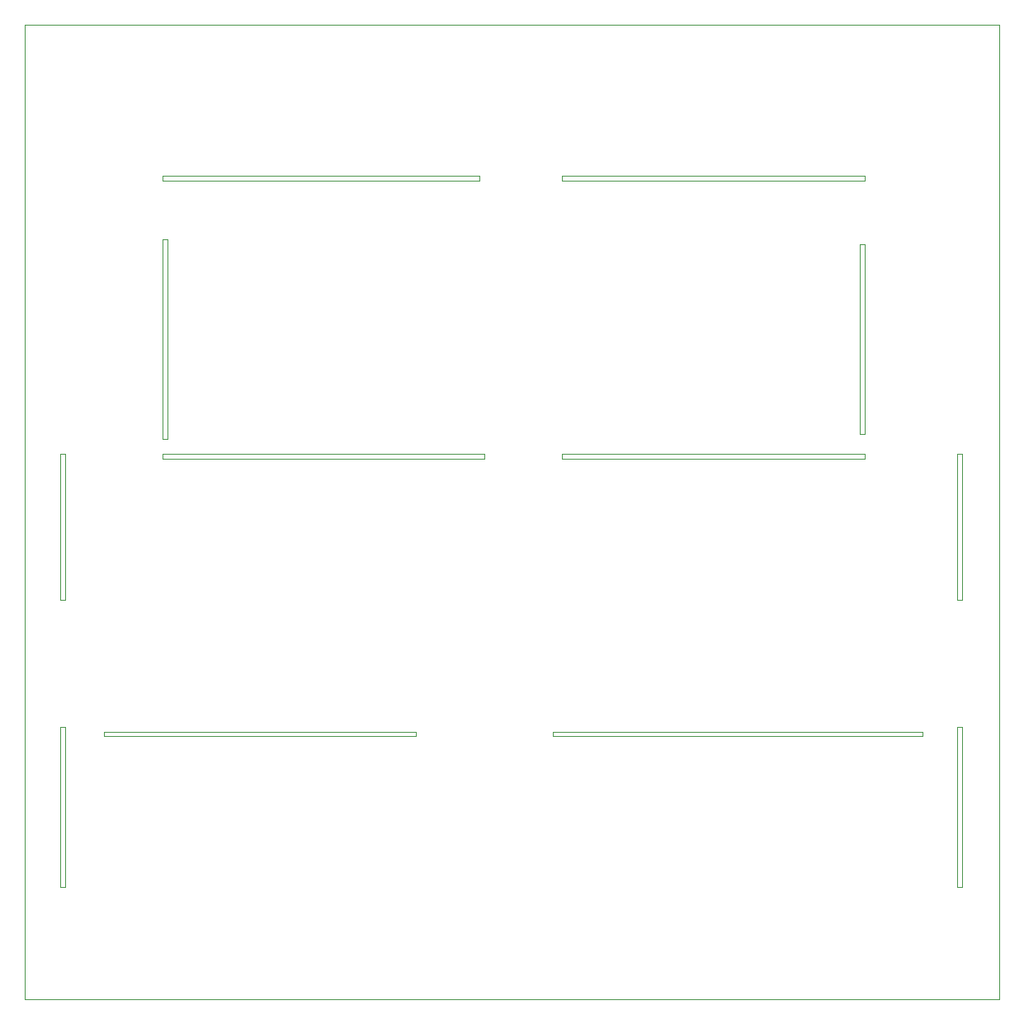
<source format=gm1>
G04 #@! TF.GenerationSoftware,KiCad,Pcbnew,(5.1.5)-3*
G04 #@! TF.CreationDate,2020-12-08T17:30:17-08:00*
G04 #@! TF.ProjectId,button_pcb_4x_laz16-11_,62757474-6f6e-45f7-9063-625f34785f6c,rev?*
G04 #@! TF.SameCoordinates,Original*
G04 #@! TF.FileFunction,Profile,NP*
%FSLAX46Y46*%
G04 Gerber Fmt 4.6, Leading zero omitted, Abs format (unit mm)*
G04 Created by KiCad (PCBNEW (5.1.5)-3) date 2020-12-08 17:30:17*
%MOMM*%
%LPD*%
G04 APERTURE LIST*
%ADD10C,0.100000*%
G04 APERTURE END LIST*
D10*
X95640000Y27960000D02*
X96140000Y27960000D01*
X96140000Y55960000D02*
X96140000Y40960000D01*
X96140000Y40960000D02*
X95640000Y40960000D01*
X96140000Y11460000D02*
X95640000Y11460000D01*
X95640000Y40960000D02*
X95640000Y55960000D01*
X96140000Y27960000D02*
X96140000Y11460000D01*
X95640000Y11460000D02*
X95640000Y27960000D01*
X95640000Y55960000D02*
X96140000Y55960000D01*
X4140000Y27960000D02*
X4140000Y11460000D01*
X3640000Y27960000D02*
X4140000Y27960000D01*
X3640000Y11460000D02*
X3640000Y27960000D01*
X4140000Y11460000D02*
X3640000Y11460000D01*
X4140000Y55960000D02*
X4140000Y40960000D01*
X3640000Y55960000D02*
X4140000Y55960000D01*
X3640000Y40960000D02*
X3640000Y55960000D01*
X4140000Y40960000D02*
X3640000Y40960000D01*
X92140000Y27460000D02*
X92140000Y26960000D01*
X54140000Y27460000D02*
X92140000Y27460000D01*
X54140000Y26960000D02*
X54140000Y27460000D01*
X92140000Y26960000D02*
X54140000Y26960000D01*
X14640000Y77960000D02*
X14640000Y57460000D01*
X14140000Y77960000D02*
X14640000Y77960000D01*
X14140000Y57460000D02*
X14140000Y77960000D01*
X14640000Y57460000D02*
X14140000Y57460000D01*
X46640000Y84460000D02*
X46640000Y83960000D01*
X14140000Y84460000D02*
X46640000Y84460000D01*
X14140000Y83960000D02*
X14140000Y84460000D01*
X46640000Y83960000D02*
X14140000Y83960000D01*
X86140000Y84460000D02*
X86140000Y83960000D01*
X55140000Y84460000D02*
X86140000Y84460000D01*
X55140000Y83960000D02*
X55140000Y84460000D01*
X86140000Y83960000D02*
X55140000Y83960000D01*
X86140000Y77460000D02*
X86140000Y57960000D01*
X85640000Y77460000D02*
X86140000Y77460000D01*
X85640000Y57960000D02*
X85640000Y77460000D01*
X86140000Y57960000D02*
X85640000Y57960000D01*
X86140000Y55960000D02*
X86140000Y55460000D01*
X55140000Y55960000D02*
X86140000Y55960000D01*
X55140000Y55460000D02*
X55140000Y55960000D01*
X86140000Y55460000D02*
X55140000Y55460000D01*
X47140000Y55960000D02*
X47140000Y55460000D01*
X14140000Y55960000D02*
X47140000Y55960000D01*
X14140000Y55460000D02*
X14140000Y55960000D01*
X47140000Y55460000D02*
X14140000Y55460000D01*
X40140000Y27460000D02*
X40140000Y26960000D01*
X8140000Y27460000D02*
X40140000Y27460000D01*
X8140000Y26960000D02*
X8140000Y27460000D01*
X40140000Y26960000D02*
X8140000Y26960000D01*
X100000000Y100000000D02*
X100000000Y0D01*
X0Y100000000D02*
X100000000Y100000000D01*
X0Y0D02*
X0Y100000000D01*
X100000000Y0D02*
X0Y0D01*
M02*

</source>
